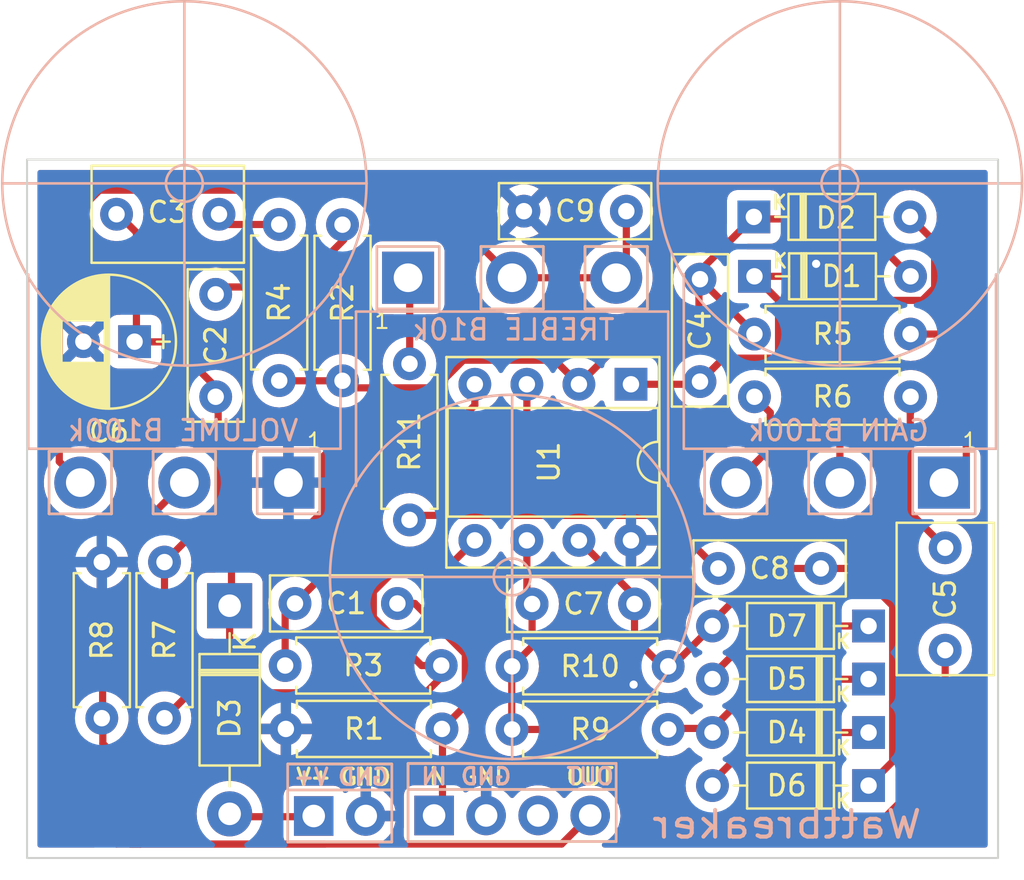
<source format=kicad_pcb>
(kicad_pcb (version 20201220) (generator pcbnew)
  (layers (0 "F.Cu" signal) (31 "B.Cu" signal) (34 "B.Paste" user) (35 "F.Paste" user) (36 "B.SilkS" user "B.Silkscreen") (37 "F.SilkS" user "F.Silkscreen") (38 "B.Mask" user) (39 "F.Mask" user) (44 "Edge.Cuts" user))
  (property "DATE" "2021-01-06")
  (property "REVISION" "v0.1")
  (property "TITLE" "Wattbreaker")
  (property "URL" "github.com/rockola/wattbreaker")
  (net 0 "")
  (net 1 "Net-(C1-Pad2)")
  (net 2 "IN")
  (net 3 "VEE")
  (net 4 "Net-(C2-Pad1)")
  (net 5 "Net-(C3-Pad1)")
  (net 6 "Net-(C4-Pad2)")
  (net 7 "Net-(C4-Pad1)")
  (net 8 "Net-(C5-Pad2)")
  (net 9 "Net-(C5-Pad1)")
  (net 10 "GND")
  (net 11 "Net-(C7-Pad2)")
  (net 12 "Net-(C8-Pad2)")
  (net 13 "Net-(C9-Pad1)")
  (net 14 "+9V")
  (net 15 "VCC")
  (net 16 "Net-(D4-Pad2)")
  (net 17 "Net-(D4-Pad1)")
  (net 18 "Net-(D5-Pad2)")
  (net 19 "OUT")
  (net 20 "no_connect_23")
  (net 21 "Net-(R5-Pad2)")
  (net 22 "Net-(R6-Pad1)")
  (net 23 "Net-(R11-Pad2)")
  (footprint "Package_DIP:DIP-8_W7.62mm_Socket" (layer "F.Cu") (at 114.8 61.2 -90)
    (fp_text reference "U1" (at 3.8 4 90) (layer "F.SilkS"))
    (fp_text value "TL072")
    (pad "1" thru_hole rect (at 0 0 270) (size 1.6 1.6) (drill 0.8) (layers *.Cu *.Mask) (net 6 "Net-(C4-Pad2)"))
    (pad "2" thru_hole oval (at 0 2.54 270) (size 1.6 1.6) (drill 0.8) (layers *.Cu *.Mask) (net 7 "Net-(C4-Pad1)"))
    (pad "3" thru_hole oval (at 0 5.08 270) (size 1.6 1.6) (drill 0.8) (layers *.Cu *.Mask) (net 1 "Net-(C1-Pad2)"))
    (pad "4" thru_hole oval (at 0 7.62 270) (size 1.6 1.6) (drill 0.8) (layers *.Cu *.Mask) (net 15 "VCC"))
    (pad "5" thru_hole oval (at 7.62 7.62 270) (size 1.6 1.6) (drill 0.8) (layers *.Cu *.Mask) (net 3 "VEE"))
    (pad "6" thru_hole oval (at 7.62 5.08 270) (size 1.6 1.6) (drill 0.8) (layers *.Cu *.Mask) (net 8 "Net-(C5-Pad2)"))
    (pad "7" thru_hole oval (at 7.62 2.54 270) (size 1.6 1.6) (drill 0.8) (layers *.Cu *.Mask) (net 11 "Net-(C7-Pad2)"))
    (pad "8" thru_hole oval (at 7.62 0 270) (size 1.6 1.6) (drill 0.8) (layers *.Cu *.Mask) (net 10 "GND"))
  )
  (footprint "Diode_THT:D_DO-35_SOD27_P7.62mm_Horizontal" (layer "F.Cu") (at 126.4 75.59 180)
    (fp_text reference "D5" (at 4 0) (layer "F.SilkS"))
    (fp_text value "1N4148")
    (fp_text user "K" (at 1.25 -0.75) (layer "F.SilkS") (effects (font (size 0.7 0.7) (thickness 0.127))))
    (pad "1" thru_hole rect (at 0 0 180) (size 1.6 1.6) (drill 0.8) (layers *.Cu *.Mask) (net 16 "Net-(D4-Pad2)"))
    (pad "2" thru_hole oval (at 7.62 0 180) (size 1.6 1.6) (drill 0.8) (layers *.Cu *.Mask) (net 18 "Net-(D5-Pad2)"))
  )
  (footprint "rockola_kicad_footprints:CP_D6.3_P2.50" (layer "F.Cu") (at 90.57 59.12 180)
    (fp_text reference "C6" (at 1.25 -4.4) (layer "F.SilkS"))
    (fp_text value "100u")
    (pad "1" thru_hole rect (at 0 0 180) (size 1.6 1.6) (drill 0.8) (layers *.Cu *.Mask) (net 3 "VEE"))
    (pad "2" thru_hole circle (at 2.5 0 180) (size 1.6 1.6) (drill 0.8) (layers *.Cu *.Mask) (net 10 "GND"))
  )
  (footprint "rockola_kicad_footprints:R_DIN0207" (layer "F.Cu") (at 88.97 77.5 90)
    (fp_text reference "R8" (at 3.81 0 90) (layer "F.SilkS"))
    (fp_text value "47k")
    (pad "1" thru_hole circle (at 0 0 90) (size 1.6 1.6) (drill 0.8) (layers *.Cu *.Mask) (net 3 "VEE"))
    (pad "2" thru_hole oval (at 7.62 0 90) (size 1.6 1.6) (drill 0.8) (layers *.Cu *.Mask) (net 10 "GND"))
  )
  (footprint "rockola_kicad_footprints:16mm_BoardMount" (layer "F.Cu") (at 109 56 180)
    (fp_text reference "RV3" hide)
    (fp_text value "TREBLE B10k" (at -0.0635 -2.54) (layer "B.SilkS") (effects (justify mirror)))
    (fp_text user "1" (at 0 0) (layer "B.SilkS") (effects (font (thickness 0.1)) (justify mirror)))
    (fp_text user "1" (at 6.35 -2.1) (layer "F.SilkS") (effects (font (size 0.77216 0.77216) (thickness 0.1))))
    (pad "1" thru_hole rect (at 5.08 0) (size 2.54 2.54) (drill 1.4) (layers *.Cu *.Mask) (net 23 "Net-(R11-Pad2)"))
    (pad "2" thru_hole oval (at 0 0) (size 2.54 2.54) (drill 1.4) (layers *.Cu *.Mask) (net 13 "Net-(C9-Pad1)"))
    (pad "3" thru_hole oval (at -5.08 0) (size 2.54 2.54) (drill 1.4) (layers *.Cu *.Mask) (net 13 "Net-(C9-Pad1)"))
  )
  (footprint "Diode_THT:D_DO-41_SOD81_P10.16mm_Horizontal" (layer "F.Cu") (at 95.21 72.01 -90)
    (fp_text reference "D3" (at 5.5 0 90) (layer "F.SilkS"))
    (fp_text value "1N5817")
    (fp_text user "K" (at 1.75 -0.75 90) (layer "F.SilkS"))
    (pad "1" thru_hole rect (at 0 0 270) (size 2.2 2.2) (drill 1.1) (layers *.Cu *.Mask) (net 15 "VCC"))
    (pad "2" thru_hole oval (at 10.16 0 270) (size 2.2 2.2) (drill 1.1) (layers *.Cu *.Mask) (net 14 "+9V"))
  )
  (footprint "rockola_kicad_footprints:C_Box_7.2_2.5" (layer "F.Cu") (at 94.53 56.81 -90)
    (fp_text reference "C2" (at 2.5 0 90) (layer "F.SilkS"))
    (fp_text value "56n")
    (pad "1" thru_hole circle (at 0 0 270) (size 1.6 1.6) (drill 0.8) (layers *.Cu *.Mask) (net 4 "Net-(C2-Pad1)"))
    (pad "2" thru_hole circle (at 5 0 270) (size 1.6 1.6) (drill 0.8) (layers *.Cu *.Mask) (net 3 "VEE"))
  )
  (footprint "rockola_kicad_footprints:R_DIN0207" (layer "F.Cu") (at 97.63 61.02 90)
    (fp_text reference "R4" (at 3.81 0 90) (layer "F.SilkS"))
    (fp_text value "3k3")
    (pad "1" thru_hole circle (at 0 0 90) (size 1.6 1.6) (drill 0.8) (layers *.Cu *.Mask) (net 7 "Net-(C4-Pad1)"))
    (pad "2" thru_hole oval (at 7.62 0 90) (size 1.6 1.6) (drill 0.8) (layers *.Cu *.Mask) (net 5 "Net-(C3-Pad1)"))
  )
  (footprint "rockola_kicad_footprints:R_DIN0207" (layer "F.Cu") (at 105.575 78.025 180)
    (fp_text reference "R1" (at 3.81 0) (layer "F.SilkS"))
    (fp_text value "2M2")
    (pad "1" thru_hole circle (at 0 0 180) (size 1.6 1.6) (drill 0.8) (layers *.Cu *.Mask) (net 2 "IN"))
    (pad "2" thru_hole oval (at 7.62 0 180) (size 1.6 1.6) (drill 0.8) (layers *.Cu *.Mask) (net 10 "GND"))
  )
  (footprint "Diode_THT:D_DO-35_SOD27_P7.62mm_Horizontal" (layer "F.Cu") (at 126.4 78.2 180)
    (fp_text reference "D4" (at 4 0) (layer "F.SilkS"))
    (fp_text value "1N4148")
    (fp_text user "K" (at 1.25 -0.75) (layer "F.SilkS") (effects (font (size 0.7 0.7) (thickness 0.127))))
    (pad "1" thru_hole rect (at 0 0 180) (size 1.6 1.6) (drill 0.8) (layers *.Cu *.Mask) (net 17 "Net-(D4-Pad1)"))
    (pad "2" thru_hole oval (at 7.62 0 180) (size 1.6 1.6) (drill 0.8) (layers *.Cu *.Mask) (net 16 "Net-(D4-Pad2)"))
  )
  (footprint "rockola_kicad_footprints:C_Box_7.2_2.5" (layer "F.Cu") (at 124.07 70.19 180)
    (fp_text reference "C8" (at 2.5 0) (layer "F.SilkS"))
    (fp_text value "100n")
    (pad "1" thru_hole circle (at 0 0 180) (size 1.6 1.6) (drill 0.8) (layers *.Cu *.Mask) (net 11 "Net-(C7-Pad2)"))
    (pad "2" thru_hole circle (at 5 0 180) (size 1.6 1.6) (drill 0.8) (layers *.Cu *.Mask) (net 12 "Net-(C8-Pad2)"))
  )
  (footprint "rockola_kicad_footprints:R_DIN0207" (layer "F.Cu") (at 109 74.97)
    (fp_text reference "R10" (at 3.81 0) (layer "F.SilkS"))
    (fp_text value "220k")
    (pad "1" thru_hole circle (at 0 0) (size 1.6 1.6) (drill 0.8) (layers *.Cu *.Mask) (net 8 "Net-(C5-Pad2)"))
    (pad "2" thru_hole oval (at 7.62 0) (size 1.6 1.6) (drill 0.8) (layers *.Cu *.Mask) (net 11 "Net-(C7-Pad2)"))
  )
  (footprint "rockola_kicad_footprints:C_Box_7.2_2.5" (layer "F.Cu") (at 109.975 71.925)
    (fp_text reference "C7" (at 2.5 0) (layer "F.SilkS"))
    (fp_text value "220p")
    (pad "1" thru_hole circle (at 0 0) (size 1.6 1.6) (drill 0.8) (layers *.Cu *.Mask) (net 8 "Net-(C5-Pad2)"))
    (pad "2" thru_hole circle (at 5 0) (size 1.6 1.6) (drill 0.8) (layers *.Cu *.Mask) (net 11 "Net-(C7-Pad2)"))
  )
  (footprint "rockola_kicad_footprints:R_DIN0207" (layer "F.Cu") (at 120.83 61.81)
    (fp_text reference "R6" (at 3.81 0) (layer "F.SilkS"))
    (fp_text value "12k")
    (pad "1" thru_hole circle (at 0 0) (size 1.6 1.6) (drill 0.8) (layers *.Cu *.Mask) (net 22 "Net-(R6-Pad1)"))
    (pad "2" thru_hole oval (at 7.62 0) (size 1.6 1.6) (drill 0.8) (layers *.Cu *.Mask) (net 9 "Net-(C5-Pad1)"))
  )
  (footprint "Diode_THT:D_DO-35_SOD27_P7.62mm_Horizontal" (layer "F.Cu") (at 120.8 53.03)
    (fp_text reference "D2" (at 4 0.05) (layer "F.SilkS"))
    (fp_text value "1N914")
    (fp_text user "K" (at 1.25 -0.7) (layer "F.SilkS") (effects (font (size 0.7 0.7) (thickness 0.127))))
    (pad "1" thru_hole rect (at 0 0) (size 1.6 1.6) (drill 0.8) (layers *.Cu *.Mask) (net 7 "Net-(C4-Pad1)"))
    (pad "2" thru_hole oval (at 7.62 0) (size 1.6 1.6) (drill 0.8) (layers *.Cu *.Mask) (net 6 "Net-(C4-Pad2)"))
  )
  (footprint "rockola_kicad_footprints:R_DIN0207" (layer "F.Cu") (at 120.83 58.75)
    (fp_text reference "R5" (at 3.81 0) (layer "F.SilkS"))
    (fp_text value "20k")
    (pad "1" thru_hole circle (at 0 0) (size 1.6 1.6) (drill 0.8) (layers *.Cu *.Mask) (net 7 "Net-(C4-Pad1)"))
    (pad "2" thru_hole oval (at 7.62 0) (size 1.6 1.6) (drill 0.8) (layers *.Cu *.Mask) (net 21 "Net-(R5-Pad2)"))
  )
  (footprint "rockola_kicad_footprints:R_DIN0207" (layer "F.Cu") (at 100.72 61.03 90)
    (fp_text reference "R2" (at 3.81 0 90) (layer "F.SilkS"))
    (fp_text value "2k2")
    (pad "1" thru_hole circle (at 0 0 90) (size 1.6 1.6) (drill 0.8) (layers *.Cu *.Mask) (net 7 "Net-(C4-Pad1)"))
    (pad "2" thru_hole oval (at 7.62 0 90) (size 1.6 1.6) (drill 0.8) (layers *.Cu *.Mask) (net 4 "Net-(C2-Pad1)"))
  )
  (footprint "rockola_kicad_footprints:R_DIN0207" (layer "F.Cu") (at 103.99 67.82 90)
    (fp_text reference "R11" (at 3.81 0 90) (layer "F.SilkS"))
    (fp_text value "4k7")
    (pad "1" thru_hole circle (at 0 0 90) (size 1.6 1.6) (drill 0.8) (layers *.Cu *.Mask) (net 12 "Net-(C8-Pad2)"))
    (pad "2" thru_hole oval (at 7.62 0 90) (size 1.6 1.6) (drill 0.8) (layers *.Cu *.Mask) (net 23 "Net-(R11-Pad2)"))
  )
  (footprint "rockola_kicad_footprints:16mm_BoardMount" (layer "F.Cu") (at 125 66)
    (fp_text reference "RV1" hide)
    (fp_text value "GAIN B100k" (at -0.0635 -2.54) (layer "B.SilkS") (effects (justify mirror)))
    (fp_text user "1" (at 0 0) (layer "B.SilkS") (effects (font (thickness 0.1)) (justify mirror)))
    (fp_text user "1" (at 6.35 -2.032) (layer "F.SilkS") (effects (font (size 0.77216 0.77216) (thickness 0.1))))
    (pad "1" thru_hole rect (at 5.08 0 180) (size 2.54 2.54) (drill 1.4) (layers *.Cu *.Mask) (net 21 "Net-(R5-Pad2)"))
    (pad "2" thru_hole oval (at 0 0 180) (size 2.54 2.54) (drill 1.4) (layers *.Cu *.Mask) (net 6 "Net-(C4-Pad2)"))
    (pad "3" thru_hole oval (at -5.08 0 180) (size 2.54 2.54) (drill 1.4) (layers *.Cu *.Mask) (net 22 "Net-(R6-Pad1)"))
  )
  (footprint "rockola_kicad_footprints:C_Box_7.2_4.5" (layer "F.Cu") (at 94.69 52.9 180)
    (fp_text reference "C3" (at 2.5 0.1) (layer "F.SilkS"))
    (fp_text value "470n")
    (pad "1" thru_hole circle (at 0 0 180) (size 1.6 1.6) (drill 0.8) (layers *.Cu *.Mask) (net 5 "Net-(C3-Pad1)"))
    (pad "2" thru_hole circle (at 5 0 180) (size 1.6 1.6) (drill 0.8) (layers *.Cu *.Mask) (net 3 "VEE"))
  )
  (footprint "rockola_kicad_footprints:C_Box_7.2_2.5" (layer "F.Cu") (at 114.575 52.75 180)
    (fp_text reference "C9" (at 2.5 0) (layer "F.SilkS"))
    (fp_text value "10n")
    (pad "1" thru_hole circle (at 0 0 180) (size 1.6 1.6) (drill 0.8) (layers *.Cu *.Mask) (net 13 "Net-(C9-Pad1)"))
    (pad "2" thru_hole circle (at 5 0 180) (size 1.6 1.6) (drill 0.8) (layers *.Cu *.Mask) (net 10 "GND"))
  )
  (footprint "rockola_kicad_footprints:R_DIN0207" (layer "F.Cu") (at 92.03 77.5 90)
    (fp_text reference "R7" (at 3.81 0 90) (layer "F.SilkS"))
    (fp_text value "47k")
    (pad "1" thru_hole circle (at 0 0 90) (size 1.6 1.6) (drill 0.8) (layers *.Cu *.Mask) (net 15 "VCC"))
    (pad "2" thru_hole oval (at 7.62 0 90) (size 1.6 1.6) (drill 0.8) (layers *.Cu *.Mask) (net 3 "VEE"))
  )
  (footprint "rockola_kicad_footprints:R_DIN0207" (layer "F.Cu") (at 109 78.05)
    (fp_text reference "R9" (at 3.81 0) (layer "F.SilkS"))
    (fp_text value "6k8")
    (pad "1" thru_hole circle (at 0 0) (size 1.6 1.6) (drill 0.8) (layers *.Cu *.Mask) (net 8 "Net-(C5-Pad2)"))
    (pad "2" thru_hole oval (at 7.62 0) (size 1.6 1.6) (drill 0.8) (layers *.Cu *.Mask) (net 16 "Net-(D4-Pad2)"))
  )
  (footprint "rockola_kicad_footprints:16mm_BoardMount" (layer "F.Cu") (at 93 66)
    (fp_text reference "RV2" hide)
    (fp_text value "VOLUME B100k" (at -0.0635 -2.54) (layer "B.SilkS") (effects (justify mirror)))
    (fp_text user "1" (at 0 0) (layer "B.SilkS") (effects (font (thickness 0.1)) (justify mirror)))
    (fp_text user "1" (at 6.35 -2.032) (layer "F.SilkS") (effects (font (size 0.77216 0.77216) (thickness 0.1))))
    (pad "1" thru_hole rect (at 5.08 0 180) (size 2.54 2.54) (drill 1.4) (layers *.Cu *.Mask) (net 10 "GND"))
    (pad "2" thru_hole oval (at 0 0 180) (size 2.54 2.54) (drill 1.4) (layers *.Cu *.Mask) (net 19 "OUT"))
    (pad "3" thru_hole oval (at -5.08 0 180) (size 2.54 2.54) (drill 1.4) (layers *.Cu *.Mask) (net 13 "Net-(C9-Pad1)"))
  )
  (footprint "rockola_kicad_footprints:C_Box_7.2_4.5" (layer "F.Cu") (at 130.14 69.18 -90)
    (fp_text reference "C5" (at 2.5 0 90) (layer "F.SilkS"))
    (fp_text value "220n")
    (pad "1" thru_hole circle (at 0 0 270) (size 1.6 1.6) (drill 0.8) (layers *.Cu *.Mask) (net 9 "Net-(C5-Pad1)"))
    (pad "2" thru_hole circle (at 5 0 270) (size 1.6 1.6) (drill 0.8) (layers *.Cu *.Mask) (net 8 "Net-(C5-Pad2)"))
  )
  (footprint "Diode_THT:D_DO-35_SOD27_P7.62mm_Horizontal" (layer "F.Cu") (at 120.83 55.93)
    (fp_text reference "D1" (at 4.25 0) (layer "F.SilkS"))
    (fp_text value "1N914")
    (fp_text user "K" (at 1.25 -0.75) (layer "F.SilkS") (effects (font (size 0.7 0.7) (thickness 0.127))))
    (pad "1" thru_hole rect (at 0 0) (size 1.6 1.6) (drill 0.8) (layers *.Cu *.Mask) (net 6 "Net-(C4-Pad2)"))
    (pad "2" thru_hole oval (at 7.62 0) (size 1.6 1.6) (drill 0.8) (layers *.Cu *.Mask) (net 7 "Net-(C4-Pad1)"))
  )
  (footprint "Diode_THT:D_DO-35_SOD27_P7.62mm_Horizontal" (layer "F.Cu") (at 126.4 73 180)
    (fp_text reference "D7" (at 4 0) (layer "F.SilkS"))
    (fp_text value "1N4148")
    (fp_text user "K" (at 1.25 -0.75) (layer "F.SilkS") (effects (font (size 0.7 0.7) (thickness 0.127))))
    (pad "1" thru_hole rect (at 0 0 180) (size 1.6 1.6) (drill 0.8) (layers *.Cu *.Mask) (net 18 "Net-(D5-Pad2)"))
    (pad "2" thru_hole oval (at 7.62 0 180) (size 1.6 1.6) (drill 0.8) (layers *.Cu *.Mask) (net 11 "Net-(C7-Pad2)"))
  )
  (footprint "Diode_THT:D_DO-35_SOD27_P7.62mm_Horizontal" (layer "F.Cu") (at 126.4 80.79 180)
    (fp_text reference "D6" (at 4 0) (layer "F.SilkS"))
    (fp_text value "1N4148")
    (fp_text user "K" (at 1.25 -0.75) (layer "F.SilkS") (effects (font (size 0.7 0.7) (thickness 0.127))))
    (pad "1" thru_hole rect (at 0 0 180) (size 1.6 1.6) (drill 0.8) (layers *.Cu *.Mask) (net 11 "Net-(C7-Pad2)"))
    (pad "2" thru_hole oval (at 7.62 0 180) (size 1.6 1.6) (drill 0.8) (layers *.Cu *.Mask) (net 17 "Net-(D4-Pad1)"))
  )
  (footprint "rockola_kicad_footprints:C_Box_7.2_2.5" (layer "F.Cu") (at 118.17 56.07 -90)
    (fp_text reference "C4" (at 2.5 0 90) (layer "F.SilkS"))
    (fp_text value "680p")
    (pad "1" thru_hole circle (at 0 0 270) (size 1.6 1.6) (drill 0.8) (layers *.Cu *.Mask) (net 7 "Net-(C4-Pad1)"))
    (pad "2" thru_hole circle (at 5 0 270) (size 1.6 1.6) (drill 0.8) (layers *.Cu *.Mask) (net 6 "Net-(C4-Pad2)"))
  )
  (footprint "rockola_kicad_footprints:Stomp_4pin" (layer "F.Cu") (at 109 82.25)
    (fp_text reference "J1" hide)
    (fp_text value "Stomp")
    (fp_text user "GND" (at -1.27 -1.905 unlocked) (layer "B.SilkS") (effects (font (size 0.8 0.8)) (justify mirror)))
    (fp_text user "OUT" (at 3.81 -1.905 unlocked) (layer "B.SilkS") (effects (font (size 0.8 0.8)) (justify mirror)))
    (fp_text user "IN" (at -3.81 -1.905 unlocked) (layer "B.SilkS") (effects (font (size 0.8 0.8)) (justify mirror)))
    (fp_text user "OUT" (at 3.81 -1.905 unlocked) (layer "F.SilkS") (effects (font (size 0.8 0.8))))
    (fp_text user "IN" (at -3.81 -1.905 unlocked) (layer "F.SilkS") (effects (font (size 0.8 0.8))))
    (fp_text user "GND" (at -1.27 -1.905 unlocked) (layer "F.SilkS") (effects (font (size 0.8 0.8))))
    (pad "1" thru_hole rect (at -3.81 0) (size 1.9304 1.9304) (drill 1.1) (layers *.Cu *.Mask) (net 2 "IN"))
    (pad "2" thru_hole oval (at -1.27 0) (size 1.9304 1.9304) (drill 1.1) (layers *.Cu *.Mask) (net 10 "GND"))
    (pad "3" thru_hole oval (at 1.27 0) (size 1.9304 1.9304) (drill 1.1) (layers *.Cu *.Mask) (net 20 "no_connect_23"))
    (pad "4" thru_hole oval (at 3.81 0) (size 1.9304 1.9304) (drill 1.1) (layers *.Cu *.Mask) (net 19 "OUT"))
  )
  (footprint "rockola_kicad_footprints:R_DIN0207" (layer "F.Cu") (at 105.54 74.93 180)
    (fp_text reference "R3" (at 3.81 0) (layer "F.SilkS"))
    (fp_text value "1M")
    (pad "1" thru_hole circle (at 0 0 180) (size 1.6 1.6) (drill 0.8) (layers *.Cu *.Mask) (net 3 "VEE"))
    (pad "2" thru_hole oval (at 7.62 0 180) (size 1.6 1.6) (drill 0.8) (layers *.Cu *.Mask) (net 1 "Net-(C1-Pad2)"))
  )
  (footprint "rockola_kicad_footprints:C_Box_7.2_2.5" (layer "F.Cu") (at 103.4 71.9 180)
    (fp_text reference "C1" (at 2.5 0) (layer "F.SilkS"))
    (fp_text value "10n")
    (pad "1" thru_hole circle (at 0 0 180) (size 1.6 1.6) (drill 0.8) (layers *.Cu *.Mask) (net 2 "IN"))
    (pad "2" thru_hole circle (at 5 0 180) (size 1.6 1.6) (drill 0.8) (layers *.Cu *.Mask) (net 1 "Net-(C1-Pad2)"))
  )
  (footprint "rockola_kicad_footprints:Power_Header_2pin" (layer "F.Cu") (at 103.125 82.275)
    (fp_text reference "J2" hide)
    (fp_text value "Power" hide)
    (fp_text user "V+" (at -3.937 -1.905 unlocked) (layer "B.SilkS") (effects (font (size 0.8 0.8)) (justify mirror)))
    (fp_text user "GND" (at -1.397 -1.905 unlocked) (layer "B.SilkS") (effects (font (size 0.8 0.8)) (justify mirror)))
    (fp_text user "GND" (at -1.27 -1.905 unlocked) (layer "F.SilkS") (effects (font (size 0.8 0.8))))
    (fp_text user "V+" (at -3.81 -1.905 unlocked) (layer "F.SilkS") (effects (font (size 0.8 0.8))))
    (pad "1" thru_hole rect (at -3.81 0) (size 1.9304 1.9304) (drill 1.1) (layers *.Cu *.Mask) (net 14 "+9V"))
    (pad "2" thru_hole oval (at -1.27 0) (size 1.9304 1.9304) (drill 1.1) (layers *.Cu *.Mask) (net 10 "GND"))
  )
  (gr_rect (start 85.32 50.23) (end 132.72 84.325) (layer "Edge.Cuts") (width 0.1) (fill none))
  (gr_text "Wattbreaker" (at 122.41 82.69) (layer "B.SilkS") (effects (font (size 1.3 1.5) (thickness 0.2)) (justify mirror)))
  (segment (start 107.85 64.95) (end 109.72 63.08) (width 0.35) (layer "F.Cu") (net 1))
  (segment (start 101.49 66) (end 101.49 68.81) (width 0.35) (layer "F.Cu") (net 1))
  (segment (start 102.54 64.95) (end 107.85 64.95) (width 0.35) (layer "F.Cu") (net 1))
  (segment (start 101.49 66) (end 102.045 65.445) (width 0.35) (layer "F.Cu") (net 1))
  (segment (start 98.4 71.9) (end 98.4 71.33) (width 0.35) (layer "F.Cu") (net 1))
  (segment (start 101.49 66) (end 102.54 64.95) (width 0.35) (layer "F.Cu") (net 1))
  (segment (start 97.92 72.38) (end 98.4 71.9) (width 0.35) (layer "F.Cu") (net 1))
  (segment (start 109.72 63.08) (end 109.72 61.2) (width 0.35) (layer "F.Cu") (net 1))
  (segment (start 97.92 74.93) (end 97.92 72.38) (width 0.35) (layer "F.Cu") (net 1))
  (segment (start 101.49 68.81) (end 98.4 71.9) (width 0.35) (layer "F.Cu") (net 1))
  (segment (start 106.715011 74.365994) (end 106.715011 76.884989) (width 0.35) (layer "F.Cu") (net 2))
  (segment (start 104.249017 71.9) (end 106.715011 74.365994) (width 0.35) (layer "F.Cu") (net 2))
  (segment (start 103.4 71.9) (end 104.249017 71.9) (width 0.35) (layer "F.Cu") (net 2))
  (segment (start 106.715011 76.884989) (end 105.575 78.025) (width 0.35) (layer "F.Cu") (net 2))
  (segment (start 105.6 81.84) (end 105.6 78) (width 0.35) (layer "F.Cu") (net 2))
  (segment (start 105.19 82.25) (end 105.6 81.84) (width 0.35) (layer "F.Cu") (net 2))
  (segment (start 105.54 74.93) (end 105.54 75.5) (width 0.35) (layer "F.Cu") (net 3))
  (segment (start 94.62 61.82) (end 94.62 61.42) (width 0.35) (layer "F.Cu") (net 3))
  (segment (start 89.01 74.81) (end 92.03 71.79) (width 0.35) (layer "F.Cu") (net 3))
  (segment (start 90.66 53.79) (end 89.78 52.91) (width 0.35) (layer "F.Cu") (net 3))
  (segment (start 103.45 70.1) (end 105.9 70.1) (width 0.35) (layer "F.Cu") (net 3))
  (segment (start 89.02 78.74) (end 89.02 77.55) (width 0.35) (layer "F.Cu") (net 3))
  (segment (start 105.54 75.5) (end 104.78 76.26) (width 0.35) (layer "F.Cu") (net 3))
  (segment (start 93.37 79.85) (end 90.13 79.85) (width 0.35) (layer "F.Cu") (net 3))
  (segment (start 90.13 79.85) (end 89.02 78.74) (width 0.35) (layer "F.Cu") (net 3))
  (segment (start 102.224989 71.325011) (end 103.45 70.1) (width 0.35) (layer "F.Cu") (net 3))
  (segment (start 96.96 76.26) (end 93.37 79.85) (width 0.35) (layer "F.Cu") (net 3))
  (segment (start 94.65 61.85) (end 94.62 61.82) (width 0.35) (layer "F.Cu") (net 3))
  (segment (start 102.224989 72.574989) (end 102.224989 71.325011) (width 0.35) (layer "F.Cu") (net 3))
  (segment (start 92.33 59.13) (end 90.66 59.13) (width 0.35) (layer "F.Cu") (net 3))
  (segment (start 105.9 70.1) (end 107.18 68.82) (width 0.35) (layer "F.Cu") (net 3))
  (segment (start 92.03 71.79) (end 92.03 69.88) (width 0.35) (layer "F.Cu") (net 3))
  (segment (start 105.54 74.93) (end 104.58 74.93) (width 0.35) (layer "F.Cu") (net 3))
  (segment (start 89.02 77.55) (end 88.97 77.5) (width 0.35) (layer "F.Cu") (net 3))
  (segment (start 92.02 69.89) (end 92.03 69.88) (width 0.35) (layer "F.Cu") (net 3))
  (segment (start 90.66 59.13) (end 90.66 53.79) (width 0.35) (layer "F.Cu") (net 3))
  (segment (start 94.65 67.26) (end 94.65 61.85) (width 0.35) (layer "F.Cu") (net 3))
  (segment (start 89.01 77.46) (end 89.01 74.81) (width 0.35) (layer "F.Cu") (net 3))
  (segment (start 104.58 74.93) (end 102.224989 72.574989) (width 0.35) (layer "F.Cu") (net 3))
  (segment (start 104.78 76.26) (end 96.96 76.26) (width 0.35) (layer "F.Cu") (net 3))
  (segment (start 92.03 69.88) (end 94.65 67.26) (width 0.35) (layer "F.Cu") (net 3))
  (segment (start 88.97 77.5) (end 89.01 77.46) (width 0.35) (layer "F.Cu") (net 3))
  (segment (start 94.62 61.42) (end 92.33 59.13) (width 0.35) (layer "F.Cu") (net 3))
  (segment (start 94.99 56.45) (end 98.48 56.45) (width 0.35) (layer "F.Cu") (net 4))
  (segment (start 94.62 56.82) (end 94.99 56.45) (width 0.35) (layer "F.Cu") (net 4))
  (segment (start 98.48 56.45) (end 100.78 54.15) (width 0.35) (layer "F.Cu") (net 4))
  (segment (start 95.19 53.4) (end 94.69 52.9) (width 0.35) (layer "F.Cu") (net 5))
  (segment (start 97.63 53.4) (end 95.19 53.4) (width 0.35) (layer "F.Cu") (net 5))
  (segment (start 129.014006 57.105011) (end 123.715011 57.105011) (width 0.35) (layer "F.Cu") (net 6))
  (segment (start 122.005011 59.844989) (end 122.005011 57.105011) (width 0.35) (layer "F.Cu") (net 6))
  (segment (start 118.17 61.07) (end 119.314989 59.925011) (width 0.35) (layer "F.Cu") (net 6))
  (segment (start 123.715011 57.105011) (end 122.54 55.93) (width 0.35) (layer "F.Cu") (net 6))
  (segment (start 125 62.839978) (end 122.005011 59.844989) (width 0.35) (layer "F.Cu") (net 6))
  (segment (start 122.005011 57.105011) (end 120.83 55.93) (width 0.35) (layer "F.Cu") (net 6))
  (segment (start 114.8 61.2) (end 118.04 61.2) (width 0.35) (layer "F.Cu") (net 6))
  (segment (start 118.04 61.2) (end 118.17 61.07) (width 0.35) (layer "F.Cu") (net 6))
  (segment (start 120.83 55.93) (end 122.25 55.93) (width 0.35) (layer "F.Cu") (net 6))
  (segment (start 122.25 55.93) (end 122.39 55.93) (width 0.35) (layer "F.Cu") (net 6))
  (segment (start 121.924989 59.925011) (end 122.005011 59.844989) (width 0.35) (layer "F.Cu") (net 6))
  (segment (start 129.625011 54.235011) (end 129.625011 56.494006) (width 0.35) (layer "F.Cu") (net 6))
  (segment (start 119.314989 59.925011) (end 121.924989 59.925011) (width 0.35) (layer "F.Cu") (net 6))
  (segment (start 125 66) (end 125 62.839978) (width 0.35) (layer "F.Cu") (net 6))
  (segment (start 122.54 55.93) (end 122.25 55.93) (width 0.35) (layer "F.Cu") (net 6))
  (segment (start 129.625011 56.494006) (end 129.014006 57.105011) (width 0.35) (layer "F.Cu") (net 6))
  (segment (start 128.42 53.03) (end 129.625011 54.235011) (width 0.35) (layer "F.Cu") (net 6))
  (segment (start 117.09 59.12) (end 114.34 59.12) (width 0.35) (layer "F.Cu") (net 7))
  (segment (start 120.8 53.03) (end 120.9 53.13) (width 0.35) (layer "F.Cu") (net 7))
  (segment (start 114.34 59.12) (end 112.26 61.2) (width 0.35) (layer "F.Cu") (net 7))
  (segment (start 125.65 53.13) (end 128.45 55.93) (width 0.35) (layer "F.Cu") (net 7))
  (segment (start 97.64 61.03) (end 97.63 61.02) (width 0.35) (layer "F.Cu") (net 7))
  (segment (start 118.12 58.09) (end 117.09 59.12) (width 0.35) (layer "F.Cu") (net 7))
  (segment (start 101.065011 61.375011) (end 105.265971 61.375011) (width 0.35) (layer "F.Cu") (net 7))
  (segment (start 120.83 58.73) (end 118.17 56.07) (width 0.35) (layer "F.Cu") (net 7))
  (segment (start 100.72 61.03) (end 101.065011 61.375011) (width 0.35) (layer "F.Cu") (net 7))
  (segment (start 118.17 56.07) (end 118.17 55.66) (width 0.35) (layer "F.Cu") (net 7))
  (segment (start 120.83 58.75) (end 120.83 58.73) (width 0.35) (layer "F.Cu") (net 7))
  (segment (start 120.9 53.13) (end 125.65 53.13) (width 0.35) (layer "F.Cu") (net 7))
  (segment (start 111.084989 60.024989) (end 106.615994 60.024989) (width 0.35) (layer "F.Cu") (net 7))
  (segment (start 100.72 61.03) (end 97.64 61.03) (width 0.35) (layer "F.Cu") (net 7))
  (segment (start 118.17 56.07) (end 118.12 56.12) (width 0.35) (layer "F.Cu") (net 7))
  (segment (start 125.65 53.13) (end 126.435 53.915) (width 0.35) (layer "F.Cu") (net 7))
  (segment (start 120.83 58.75) (end 120.46 59.12) (width 0.35) (layer "F.Cu") (net 7))
  (segment (start 106.615994 60.024989) (end 105.490491 61.150491) (width 0.35) (layer "F.Cu") (net 7))
  (segment (start 118.12 56.12) (end 118.12 58.09) (width 0.35) (layer "F.Cu") (net 7))
  (segment (start 112.26 61.2) (end 111.084989 60.024989) (width 0.35) (layer "F.Cu") (net 7))
  (segment (start 118.17 55.66) (end 120.8 53.03) (width 0.35) (layer "F.Cu") (net 7))
  (segment (start 105.265971 61.375011) (end 105.490491 61.150491) (width 0.35) (layer "F.Cu") (net 7))
  (segment (start 112.36 78.05) (end 110.42 78.05) (width 0.35) (layer "F.Cu") (net 8))
  (segment (start 112.36 78.05) (end 109 78.05) (width 0.35) (layer "F.Cu") (net 8))
  (segment (start 130.14 79.40004) (end 127.15004 82.39) (width 0.35) (layer "F.Cu") (net 8))
  (segment (start 109.975 73.995) (end 109 74.97) (width 0.35) (layer "F.Cu") (net 8))
  (segment (start 130.14 74.18) (end 130.14 79.40004) (width 0.35) (layer "F.Cu") (net 8))
  (segment (start 108.98 74.99) (end 108.98 78.03) (width 0.35) (layer "F.Cu") (net 8))
  (segment (start 127.15004 82.39) (end 116.7 82.39) (width 0.35) (layer "F.Cu") (net 8))
  (segment (start 109.975 71.925) (end 109.975 73.995) (width 0.35) (layer "F.Cu") (net 8))
  (segment (start 109.72 71.67) (end 109.975 71.925) (width 0.35) (layer "F.Cu") (net 8))
  (segment (start 109 74.97) (end 108.98 74.99) (width 0.35) (layer "F.Cu") (net 8))
  (segment (start 108.98 78.03) (end 109 78.05) (width 0.35) (layer "F.Cu") (net 8))
  (segment (start 109.72 68.82) (end 109.72 71.67) (width 0.35) (layer "F.Cu") (net 8))
  (segment (start 116.7 82.39) (end 112.36 78.05) (width 0.35) (layer "F.Cu") (net 8))
  (segment (start 128.45 62.58996) (end 128.43498 62.60498) (width 0.35) (layer "F.Cu") (net 9))
  (segment (start 128.45 61.81) (end 128.45 62.58996) (width 0.35) (layer "F.Cu") (net 9))
  (segment (start 128.43498 62.60498) (end 128.43498 67.47498) (width 0.35) (layer "F.Cu") (net 9))
  (segment (start 128.43498 67.47498) (end 130.14 69.18) (width 0.35) (layer "F.Cu") (net 9))
  (via (at 114.93 75.86) (size 0.8) (drill 0.4) (layers "F.Cu" "B.Cu") (net 10))
  (via (at 123.84 55.32) (size 0.8) (drill 0.4) (layers "F.Cu" "B.Cu") (net 10))
  (segment (start 121.39 70.19) (end 124.07 70.19) (width 0.35) (layer "F.Cu") (net 11))
  (segment (start 116.33 74.97) (end 114.975 73.615) (width 0.35) (layer "F.Cu") (net 11))
  (segment (start 118.78 73) (end 118.78 72.8) (width 0.35) (layer "F.Cu") (net 11))
  (segment (start 116.62 74.97) (end 116.81 74.97) (width 0.35) (layer "F.Cu") (net 11))
  (segment (start 126.4 80.79) (end 127.57502 79.61498) (width 0.35) (layer "F.Cu") (net 11))
  (segment (start 127.57502 79.61498) (end 127.57502 72.01502) (width 0.35) (layer "F.Cu") (net 11))
  (segment (start 114.975 73.615) (end 114.975 71.925) (width 0.35) (layer "F.Cu") (net 11))
  (segment (start 118.78 72.8) (end 121.39 70.19) (width 0.35) (layer "F.Cu") (net 11))
  (segment (start 127.57502 72.01502) (end 125.75 70.19) (width 0.35) (layer "F.Cu") (net 11))
  (segment (start 114.975 71.925) (end 114.975 71.535) (width 0.35) (layer "F.Cu") (net 11))
  (segment (start 116.62 74.97) (end 116.33 74.97) (width 0.35) (layer "F.Cu") (net 11))
  (segment (start 125.75 70.19) (end 124.07 70.19) (width 0.35) (layer "F.Cu") (net 11))
  (segment (start 116.81 74.97) (end 118.78 73) (width 0.35) (layer "F.Cu") (net 11))
  (segment (start 114.975 71.535) (end 112.26 68.82) (width 0.35) (layer "F.Cu") (net 11))
  (segment (start 116.52 67.72) (end 116.511005 67.72) (width 0.35) (layer "F.Cu") (net 12))
  (segment (start 116.391005 67.6) (end 104.21 67.6) (width 0.35) (layer "F.Cu") (net 12))
  (segment (start 119.07 70.19) (end 118.99 70.19) (width 0.35) (layer "F.Cu") (net 12))
  (segment (start 104.21 67.6) (end 103.99 67.82) (width 0.35) (layer "F.Cu") (net 12))
  (segment (start 116.511005 67.72) (end 116.391005 67.6) (width 0.35) (layer "F.Cu") (net 12))
  (segment (start 118.99 70.19) (end 116.52 67.72) (width 0.35) (layer "F.Cu") (net 12))
  (segment (start 116.391005 67.6) (end 107.49 67.6) (width 0.35) (layer "F.Cu") (net 12))
  (segment (start 104.724989 51.724989) (end 88.855993 51.724989) (width 0.35) (layer "F.Cu") (net 13))
  (segment (start 87.685491 52.895491) (end 86.984989 53.595993) (width 0.35) (layer "F.Cu") (net 13))
  (segment (start 87.92 66) (end 86.894989 64.974989) (width 0.35) (layer "F.Cu") (net 13))
  (segment (start 109 56) (end 104.724989 51.724989) (width 0.35) (layer "F.Cu") (net 13))
  (segment (start 114.08 56) (end 109 56) (width 0.35) (layer "F.Cu") (net 13))
  (segment (start 86.894989 64.974989) (end 86.894989 53.685993) (width 0.35) (layer "F.Cu") (net 13))
  (segment (start 87.960491 52.620491) (end 87.685491 52.895491) (width 0.35) (layer "F.Cu") (net 13))
  (segment (start 114.575 55.505) (end 114.08 56) (width 0.35) (layer "F.Cu") (net 13))
  (segment (start 86.894989 53.685993) (end 87.685491 52.895491) (width 0.35) (layer "F.Cu") (net 13))
  (segment (start 88.855993 51.724989) (end 87.960491 52.620491) (width 0.35) (layer "F.Cu") (net 13))
  (segment (start 114.575 52.75) (end 114.575 55.505) (width 0.35) (layer "F.Cu") (net 13))
  (segment (start 88.845993 51.734989) (end 87.960491 52.620491) (width 0.35) (layer "F.Cu") (net 13))
  (segment (start 99.28 82.31) (end 95.2 82.31) (width 0.35) (layer "F.Cu") (net 14))
  (segment (start 99.315 82.275) (end 99.28 82.31) (width 0.35) (layer "F.Cu") (net 14))
  (segment (start 99.775 65.665) (end 99.77 65.66) (width 0.35) (layer "F.Cu") (net 15))
  (segment (start 95.21 74.32) (end 95.21 72.01) (width 0.35) (layer "F.Cu") (net 15))
  (segment (start 95.3 71.92) (end 95.3 70.06) (width 0.35) (layer "F.Cu") (net 15))
  (segment (start 99.775 67.385) (end 99.775 65.665) (width 0.35) (layer "F.Cu") (net 15))
  (segment (start 102.95 63.19) (end 103.32 63.19) (width 0.35) (layer "F.Cu") (net 15))
  (segment (start 107.18 62.22) (end 107.18 61.2) (width 0.35) (layer "F.Cu") (net 15))
  (segment (start 106.21 63.19) (end 107.18 62.22) (width 0.35) (layer "F.Cu") (net 15))
  (segment (start 92.03 77.5) (end 95.21 74.32) (width 0.35) (layer "F.Cu") (net 15))
  (segment (start 102.95 63.19) (end 104.84 63.19) (width 0.35) (layer "F.Cu") (net 15))
  (segment (start 103.32 63.19) (end 104.84 63.19) (width 0.35) (layer "F.Cu") (net 15))
  (segment (start 101.31 63.19) (end 102.41 63.19) (width 0.35) (layer "F.Cu") (net 15))
  (segment (start 99.775 67.385) (end 98.36 68.8) (width 0.35) (layer "F.Cu") (net 15))
  (segment (start 95.21 72.01) (end 95.3 71.92) (width 0.35) (layer "F.Cu") (net 15))
  (segment (start 104.84 63.19) (end 102.41 63.19) (width 0.35) (layer "F.Cu") (net 15))
  (segment (start 96.56 68.8) (end 98.2 68.8) (width 0.35) (layer "F.Cu") (net 15))
  (segment (start 95.3 70.06) (end 96.56 68.8) (width 0.35) (layer "F.Cu") (net 15))
  (segment (start 99.77 65.66) (end 99.77 64.73) (width 0.35) (layer "F.Cu") (net 15))
  (segment (start 99.77 64.73) (end 101.31 63.19) (width 0.35) (layer "F.Cu") (net 15))
  (segment (start 98.36 68.8) (end 98.2 68.8) (width 0.35) (layer "F.Cu") (net 15))
  (segment (start 103.32 63.19) (end 104.2 63.19) (width 0.35) (layer "F.Cu") (net 15))
  (segment (start 104.84 63.19) (end 106.21 63.19) (width 0.35) (layer "F.Cu") (net 15))
  (segment (start 118.58 78) (end 118.78 78.2) (width 0.35) (layer "F.Cu") (net 16))
  (segment (start 121.18 75.6) (end 126.39 75.6) (width 0.35) (layer "F.Cu") (net 16))
  (segment (start 118.78 78) (end 121.18 75.6) (width 0.35) (layer "F.Cu") (net 16))
  (segment (start 118.78 78.2) (end 118.78 78) (width 0.35) (layer "F.Cu") (net 16))
  (segment (start 116.42 78) (end 118.58 78) (width 0.35) (layer "F.Cu") (net 16))
  (segment (start 126.39 75.6) (end 126.4 75.59) (width 0.35) (layer "F.Cu") (net 16))
  (segment (start 121.18 78.2) (end 126.4 78.2) (width 0.35) (layer "F.Cu") (net 17))
  (segment (start 118.78 80.79) (end 118.78 80.6) (width 0.35) (layer "F.Cu") (net 17))
  (segment (start 118.78 80.6) (end 121.18 78.2) (width 0.35) (layer "F.Cu") (net 17))
  (segment (start 118.78 75.59) (end 118.78 75.4) (width 0.35) (layer "F.Cu") (net 18))
  (segment (start 121.18 73) (end 126.4 73) (width 0.35) (layer "F.Cu") (net 18))
  (segment (start 118.78 75.4) (end 121.18 73) (width 0.35) (layer "F.Cu") (net 18))
  (segment (start 90.915 68.085) (end 93 66) (width 0.35) (layer "F.Cu") (net 19))
  (segment (start 87.1 81.06) (end 87.1 68.87) (width 0.35) (layer "F.Cu") (net 19))
  (segment (start 87.885 68.085) (end 90.915 68.085) (width 0.35) (layer "F.Cu") (net 19))
  (segment (start 87.1 68.87) (end 87.885 68.085) (width 0.35) (layer "F.Cu") (net 19))
  (segment (start 90.355011 83.645011) (end 111.414989 83.645011) (width 0.35) (layer "F.Cu") (net 19))
  (segment (start 90.855011 83.645011) (end 89.685011 83.645011) (width 0.35) (layer "F.Cu") (net 19))
  (segment (start 90.855011 83.645011) (end 99.874989 83.645011) (width 0.35) (layer "F.Cu") (net 19))
  (segment (start 111.414989 83.645011) (end 112.81 82.25) (width 0.35) (layer "F.Cu") (net 19))
  (segment (start 90.355011 83.645011) (end 90.855011 83.645011) (width 0.35) (layer "F.Cu") (net 19))
  (segment (start 89.685011 83.645011) (end 87.1 81.06) (width 0.35) (layer "F.Cu") (net 19))
  (segment (start 130.08 66) (end 131.17 64.91) (width 0.35) (layer "F.Cu") (net 21))
  (segment (start 131.17 64.91) (end 131.17 60.02) (width 0.35) (layer "F.Cu") (net 21))
  (segment (start 131.17 60.02) (end 129.9 58.75) (width 0.35) (layer "F.Cu") (net 21))
  (segment (start 129.9 58.75) (end 128.45 58.75) (width 0.35) (layer "F.Cu") (net 21))
  (segment (start 121.6 64.32) (end 121.36 64.56) (width 0.35) (layer "F.Cu") (net 22))
  (segment (start 121.6 64.32) (end 119.92 66) (width 0.35) (layer "F.Cu") (net 22))
  (segment (start 121.6 62.58) (end 121.6 64.32) (width 0.35) (layer "F.Cu") (net 22))
  (segment (start 120.83 61.81) (end 121.6 62.58) (width 0.35) (layer "F.Cu") (net 22))
  (segment (start 104 60.19) (end 104 56.08) (width 0.35) (layer "F.Cu") (net 23))
  (segment (start 103.99 60.2) (end 104 60.19) (width 0.35) (layer "F.Cu") (net 23))
  (segment (start 104 56.08) (end 103.92 56) (width 0.35) (layer "F.Cu") (net 23))
  (zone (net 10) (net_name "GND") (layers F&B.Cu) (connect_pads (clearance 0.508)) (min_thickness 0.254) (fill yes (thermal_gap 0.508) (thermal_bridge_width 0.508))
    (polygon (pts (xy 134 85.4) (xy 84 85) (xy 84 45.4) (xy 133.4 45.6)))
  )
)
</source>
